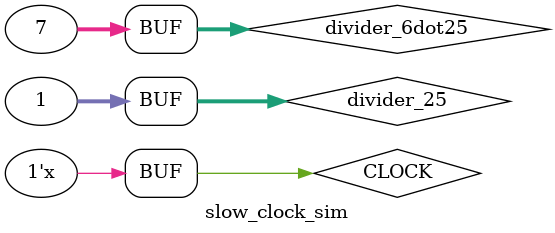
<source format=v>
`timescale 1ns / 1ps


module slow_clock_sim(

    );
    reg CLOCK = 0;
    wire clock_6dot25, clock_25;
    reg [31:0] divider_6dot25 = 7, divider_25 = 1;
    slow_clock clk_6dot25(CLOCK, divider_6dot25, clock_6dot25);
    slow_clock clk(CLOCK, divider_25, clock_25);
    always begin
        #5 CLOCK = ~CLOCK;
    end
endmodule

</source>
